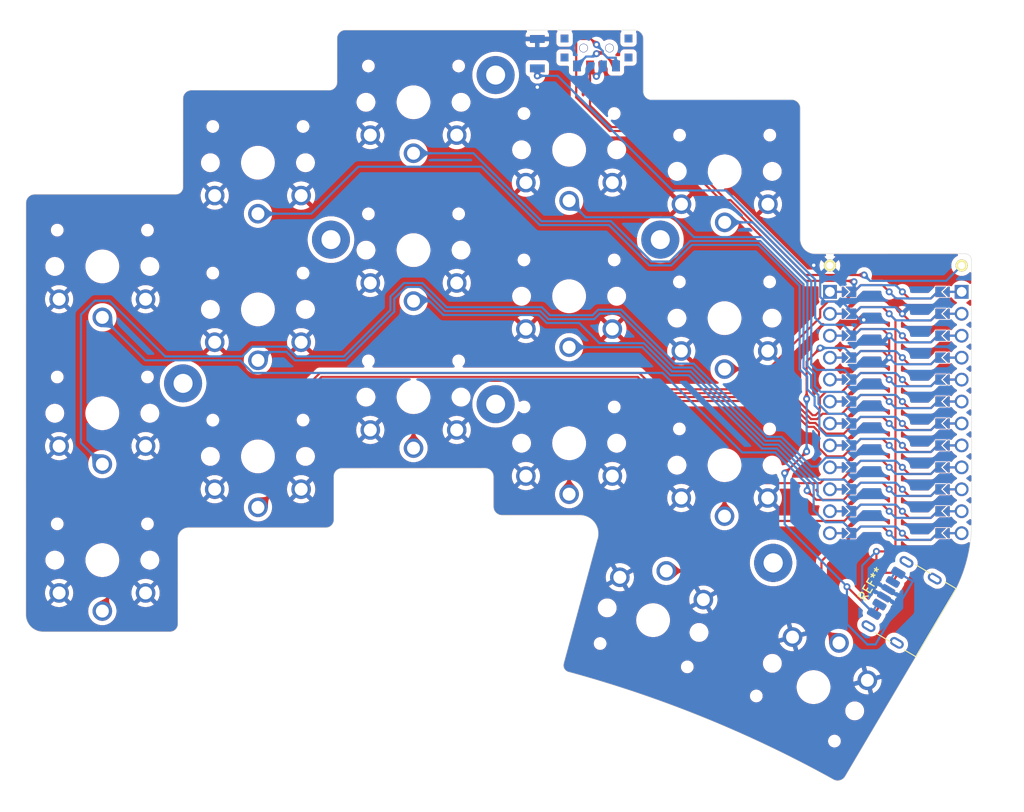
<source format=kicad_pcb>
(kicad_pcb (version 20240108) (generator "pcbnew") (generator_version "8.0")
  (layers (0 "F.Cu" signal) (31 "B.Cu" signal) (34 "B.Paste" user) (35 "F.Paste" user) (36 "B.SilkS" user "B.Silkscreen") (37 "F.SilkS" user "F.Silkscreen") (38 "B.Mask" user) (39 "F.Mask" user) (44 "Edge.Cuts" user))
  (net 0 "")
  (net 1 "gnd")
  (net 2 "vcc")
  (net 3 "Switch18")
  (net 4 "reset")
  (net 5 "Switch1")
  (net 6 "Switch2")
  (net 7 "Switch3")
  (net 8 "Switch4")
  (net 9 "Switch5")
  (net 10 "Switch6")
  (net 11 "Switch7")
  (net 12 "Switch8")
  (net 13 "Switch9")
  (net 14 "Switch10")
  (net 15 "Switch11")
  (net 16 "Switch12")
  (net 17 "Switch13")
  (net 18 "Switch14")
  (net 19 "Switch15")
  (net 20 "Switch16")
  (net 21 "Switch17")
  (net 22 "raw")
  (net 23 "BT+_r")
  (net 24 "Net-(SW_POWERR1-Pad1)")
  (footprint "kbd:1pin_conn" (layer "F.Cu") (at 126.492 45.974)
    (property "Reference" "B+" (hide yes))
    (property "Value" "MountingHole_Pad" (hide yes))
  )
  (footprint "kbd:1pin_conn" (layer "F.Cu") (at 111.252 45.974)
    (property "Reference" "B-" (hide yes))
    (property "Value" "MountingHole_Pad" (hide yes))
  )
  (footprint "* duckyb-collection:SW_PG1350_rev_DPB" (layer "F.Cu") (at 27.08 46.08)
    (property "Reference" "SW1" (hide yes))
    (property "Value" "SW_Push" (hide yes))
  )
  (footprint "* duckyb-collection:SW_PG1350_rev_DPB" (layer "F.Cu") (at 45.08 34.08)
    (property "Reference" "SW2" (hide yes))
    (property "Value" "SW_Push" (hide yes))
  )
  (footprint "* duckyb-collection:SW_PG1350_rev_DPB" (layer "F.Cu") (at 63.08 27.08)
    (property "Reference" "SW3" (hide yes))
    (property "Value" "SW_Push" (hide yes))
  )
  (footprint "* duckyb-collection:SW_PG1350_rev_DPB" (layer "F.Cu") (at 81.08 32.58)
    (property "Reference" "SW4" (hide yes))
    (property "Value" "SW_Push" (hide yes))
  )
  (footprint "* duckyb-collection:SW_PG1350_rev_DPB" (layer "F.Cu") (at 99.08 35.08)
    (property "Reference" "SW5" (hide yes))
    (property "Value" "SW_Push" (hide yes))
  )
  (footprint "* duckyb-collection:SW_PG1350_rev_DPB" (layer "F.Cu") (at 27.08 63.08)
    (property "Reference" "SW6" (hide yes))
    (property "Value" "SW_Push" (hide yes))
  )
  (footprint "* duckyb-collection:SW_PG1350_rev_DPB" (layer "F.Cu") (at 45.08 51.054)
    (property "Reference" "SW7" (hide yes))
    (property "Value" "SW_Push" (hide yes))
  )
  (footprint "* duckyb-collection:SW_PG1350_rev_DPB" (layer "F.Cu") (at 63.08 44.196)
    (property "Reference" "SW8" (hide yes))
    (property "Value" "SW_Push" (hide yes))
  )
  (footprint "* duckyb-collection:SW_PG1350_rev_DPB" (layer "F.Cu") (at 81.08 49.53)
    (property "Reference" "SW9" (hide yes))
    (property "Value" "SW_Push" (hide yes))
  )
  (footprint "* duckyb-collection:SW_PG1350_rev_DPB" (layer "F.Cu") (at 99.06 52.07)
    (property "Reference" "SW10" (hide yes))
    (property "Value" "SW_Push" (hide yes))
  )
  (footprint "* duckyb-collection:SW_PG1350_rev_DPB" (layer "F.Cu") (at 27.08 80.08)
    (property "Reference" "SW11" (hide yes))
    (property "Value" "SW_Push" (hide yes))
  )
  (footprint "* duckyb-collection:SW_PG1350_rev_DPB" (layer "F.Cu") (at 45.08 68.072)
    (property "Reference" "SW12" (hide yes))
    (property "Value" "SW_Push" (hide yes))
  )
  (footprint "* duckyb-collection:SW_PG1350_rev_DPB" (layer "F.Cu") (at 63.08 61.214)
    (property "Reference" "SW13" (hide yes))
    (property "Value" "SW_Push" (hide yes))
  )
  (footprint "* duckyb-collection:SW_PG1350_rev_DPB" (layer "F.Cu") (at 81.08 66.548)
    (property "Reference" "SW14" (hide yes))
    (property "Value" "SW_Push" (hide yes))
  )
  (footprint "* duckyb-collection:SW_PG1350_rev_DPB" (layer "F.Cu") (at 99.06 69.088)
    (property "Reference" "SW15" (hide yes))
    (property "Value" "SW_Push" (hide yes))
  )
  (footprint "* duckyb-collection:SW_PG1350_rev_DPB" (layer "F.Cu") (at 109.356 94.78 150)
    (property "Reference" "SW17" (hide yes))
    (property "Value" "SW_Push" (hide yes))
  )
  (footprint "* duckyb-collection:SW_PG1350_rev_DPB" (layer "F.Cu") (at 90.796 87.03 165)
    (property "Reference" "SW16" (hide yes))
    (property "Value" "SW_Push" (hide yes))
  )
  (footprint "* duckyb-collection:ProMicro_jumpers_facedown" (layer "F.Cu") (at 118.872 62.992 -90)
    (property "Reference" "U1" (hide yes))
    (property "Value" "ProMicro-kbd" (hide yes))
  )
  (footprint "kbd:Tenting_Puck2" (layer "F.Cu") (at 72.58 42.98)
    (property "Reference" "REF**")
    (property "Value" "Tenting Puck")
  )
  (footprint "Kailh:SPDT_C128955" (layer "F.Cu") (at 84.25 20.8)
    (property "Reference" "POWER SW" (hide yes))
    (property "Value" "SW_SPDT")
  )
  (footprint "* duckyb-collection:Tactile-Switch_SMT" (layer "F.Cu") (at 77.4 21.45 -90)
    (property "Reference" "RSW2" (hide yes))
    (property "Value" "SW_Push")
  )
  (footprint "" (layer "F.Cu") (at 104.69 80.4)
    (property "Reference" "")
    (property "Value" "")
  )
  (footprint "Connector_USB:USB_C_Receptacle_HRO_TYPE-C-31-M-17" (layer "F.Cu") (at 120.498076 85.53123 59.45)
    (property "Reference" "REF**")
    (property "Value" "USB_C_Receptacle_HRO_TYPE-C-31-M-17")
  )
  (footprint "" (layer "F.Cu") (at 36.42 59.62)
    (property "Reference" "")
    (property "Value" "")
  )
  (footprint "" (layer "F.Cu") (at 104.69 80.4)
    (property "Reference" "")
    (property "Value" "")
  )
  (footprint "Connector_USB:USB_C_Receptacle_HRO_TYPE-C-31-M-17" (layer "B.Cu") (at 120.496369 85.528101 -120.55)
    (property "Reference" "REF**" (hide yes))
    (property "Value" "USB_C_Receptacle_HRO_TYPE-C-31-M-17" (hide yes))
  )
  (gr_line (start 116.44 86.33) (end 117.069992 85.189995) (stroke (width 0.25)) (layer "F.Cu") (net 2))
  (gr_line (start 118.575 82.58) (end 119.204992 81.439995) (stroke (width 0.25)) (layer "F.Cu") (net 3))
  (gr_line (start 120.84 82.53) (end 119.36 81.66) (stroke (width 0.25)) (layer "B.Cu") (net 2))
  (gr_line (start 118.245004 82.430002) (end 118.874996 81.289997) (stroke (width 0.25)) (layer "B.Cu") (net 2))
  (gr_line (start 116.165004 86.150002) (end 116.794996 85.009997) (stroke (width 0.25)) (layer "B.Cu") (net 3))
  (gr_line (start 120.84 82.53) (end 116.53 89.84) (stroke (width 0.25)) (layer "B.Cu") (net 2))
  (gr_arc (start 126.885 44.612) (mid 127.41533 44.83167) (end 127.635 45.362) (stroke (width 0.05)) (layer "Edge.Cuts"))
  (gr_line (start 18.247107 38.737107) (end 18.239682 86.532921) (stroke (width 0.05)) (layer "Edge.Cuts"))
  (gr_arc (start 109.561622 44.614916) (mid 108.324491 44.115994) (end 107.822571 42.88009) (stroke (width 0.05)) (layer "Edge.Cuts"))
  (gr_arc (start 20.277428 88.369016) (mid 18.89 87.86) (end 18.239682 86.532921) (stroke (width 0.05)) (layer "Edge.Cuts"))
  (gr_line (start 127.635 45.362) (end 127.635 62.484) (stroke (width 0.05)) (layer "Edge.Cuts"))
  (gr_line (start 107.822571 42.88009) (end 107.822571 27.780982) (stroke (width 0.05)) (layer "Edge.Cuts"))
  (gr_line (start 109.561622 44.614916) (end 126.885 44.612) (stroke (width 0.05)) (layer "Edge.Cuts"))
  (gr_line (start 125.888304 83.312) (end 113.024117 105.101543) (stroke (width 0.05)) (layer "Edge.Cuts"))
  (gr_arc (start 127.635 75.98785) (mid 127.177913 79.749197) (end 125.888304 83.312) (stroke (width 0.05)) (layer "Edge.Cuts"))
  (gr_line (start 127.635 62.484) (end 127.647 69.85) (stroke (width 0.05)) (layer "Edge.Cuts"))
  (gr_line (start 127.647 69.85) (end 127.635 75.98785) (stroke (width 0.05)) (layer "Edge.Cuts"))
  (gr_arc (start 90.61 26.78532) (mid 89.94532 26.51) (end 89.67 25.84532) (stroke (width 0.05)) (layer "Edge.Cuts"))
  (gr_line (start 53.86 75.4) (end 53.86 70.39) (stroke (width 0.05)) (layer "Edge.Cuts"))
  (gr_line (start 36.4101 36.897244) (end 36.415894 26.655894) (stroke (width 0.05)) (layer "Edge.Cuts"))
  (gr_arc (start 54.235382 24.749788) (mid 53.96 25.414618) (end 53.29517 25.69) (stroke (width 0.05)) (layer "Edge.Cuts"))
  (gr_arc (start 18.247107 38.737107) (mid 18.540001 38.030003) (end 19.247107 37.737107) (stroke (width 0.05)) (layer "Edge.Cuts"))
  (gr_arc (start 82.32 74.88) (mid 84.0643 75.782486) (end 84.335253 77.727646) (stroke (width 0.05)) (layer "Edge.Cuts"))
  (gr_arc (start 36.415894 26.655894) (mid 36.7 25.97) (end 37.385894 25.685894) (stroke (width 0.05)) (layer "Edge.Cuts"))
  (gr_arc (start 36.4101 36.897244) (mid 36.169187 37.485329) (end 35.584955 37.73544) (stroke (width 0.05)) (layer "Edge.Cuts"))
  (gr_arc (start 53.86 75.4) (mid 53.590538 76.050538) (end 52.94 76.32) (stroke (width 0.05)) (layer "Edge.Cuts"))
  (gr_arc (start 80.962001 93.007456) (mid 96.708915 98.323865) (end 111.7 105.499999) (stroke (width 0.05)) (layer "Edge.Cuts"))
  (gr_line (start 35.82 87.46) (end 35.818551 77.590019) (stroke (width 0.05)) (layer "Edge.Cuts"))
  (gr_line (start 80.450934 92.063694) (end 84.335253 77.727646) (stroke (width 0.05)) (layer "Edge.Cuts"))
  (gr_arc (start 73.33 74.88) (mid 72.622893 74.587107) (end 72.33 73.88) (stroke (width 0.05)) (layer "Edge.Cuts"))
  (gr_arc (start 106.847191 26.779995) (mid 107.538436 27.082157) (end 107.822571 27.780982) (stroke (width 0.05)) (layer "Edge.Cuts"))
  (gr_arc (start 71.35 69.44) (mid 72.042965 69.727035) (end 72.33 70.42) (stroke (width 0.05)) (layer "Edge.Cuts"))
  (gr_line (start 54.8 69.45) (end 71.35 69.44) (stroke (width 0.05)) (layer "Edge.Cuts"))
  (gr_line (start 89.669999 19.72) (end 89.67 25.84532) (stroke (width 0.05)) (layer "Edge.Cuts"))
  (gr_arc (start 80.962002 93.007447) (mid 80.522962 92.634944) (end 80.450934 92.063694) (stroke (width 0.05)) (layer "Edge.Cuts"))
  (gr_arc (start 54.24 19.678823) (mid 54.521177 19) (end 55.2 18.718823) (stroke (width 0.05)) (layer "Edge.Cuts"))
  (gr_line (start 54.235382 24.749788) (end 54.24 19.678823) (stroke (width 0.05)) (layer "Edge.Cuts"))
  (gr_line (start 73.33 74.88) (end 82.32 74.88) (stroke (width 0.05)) (layer "Edge.Cuts"))
  (gr_line (start 90.61 26.78532) (end 106.847191 26.779995) (stroke (width 0.05)) (layer "Edge.Cuts"))
  (gr_arc (start 35.82 87.46) (mid 35.553467 88.103467) (end 34.91 88.37) (stroke (width 0.05)) (layer "Edge.Cuts"))
  (gr_line (start 55.2 18.718823) (end 88.650005 18.718823) (stroke (width 0.05)) (layer "Edge.Cuts"))
  (gr_line (start 20.277428 88.369016) (end 34.91 88.37) (stroke (width 0.05)) (layer "Edge.Cuts"))
  (gr_arc (start 53.86 70.39) (mid 54.13532 69.72532) (end 54.8 69.45) (stroke (width 0.05)) (layer "Edge.Cuts"))
  (gr_line (start 37.385894 25.685894) (end 53.29517 25.69) (stroke (width 0.05)) (layer "Edge.Cuts"))
  (gr_arc (start 113.024117 105.101543) (mid 112.440955 105.562954) (end 111.7 105.499999) (stroke (width 0.05)) (layer "Edge.Cuts"))
  (gr_line (start 19.247107 37.737107) (end 35.584955 37.73544) (stroke (width 0.05)) (layer "Edge.Cuts"))
  (gr_arc (start 88.650005 18.718655) (mid 89.364687 19.010831) (end 89.669999 19.72) (stroke (width 0.05)) (layer "Edge.Cuts"))
  (gr_line (start 37.02 76.32) (end 52.94 76.32) (stroke (width 0.05)) (layer "Edge.Cuts"))
  (gr_arc (start 35.818551 77.590019) (mid 36.160357 76.71007) (end 37.02 76.320001) (stroke (width 0.05)) (layer "Edge.Cuts"))
  (gr_line (start 72.33 70.42) (end 72.33 73.88) (stroke (width 0.05)) (layer "Edge.Cuts"))
  (segment (start 114.046 53.3908) (end 115.1636 52.2732) (width 0.25) (layer "F.Cu") (net 1))
  (segment (start 118.11 56.642) (end 118.11 54.102) (width 0.25) (layer "F.Cu") (net 1))
  (segment (start 114.046 54.102) (end 114.046 53.3908) (width 0.25) (layer "F.Cu") (net 1))
  (via (at 115.1636 52.2732) (size 0.8) (drill 0.4) (layers "F.Cu" "B.Cu") (net 1))
  (via (at 109.38 45.95) (size 0.8) (drill 0.4) (layers "F.Cu" "B.Cu") (net 1))
  (via (at 77.4 25.33) (size 0.8) (drill 0.4) (layers "F.Cu" "B.Cu") (net 1))
  (segment (start 112.630511 50.146511) (end 110.661711 50.146511) (width 0.25) (layer "B.Cu") (net 1))
  (segment (start 110.127489 47.098511) (end 111.252 45.974) (width 0.25) (layer "B.Cu") (net 1))
  (segment (start 114.7572 52.2732) (end 114.046 51.562) (width 0.25) (layer "B.Cu") (net 1))
  (segment (start 110.661711 50.146511) (end 110.127489 49.612289) (width 0.25) (layer "B.Cu") (net 1))
  (segment (start 114.046 51.562) (end 112.630511 50.146511) (width 0.25) (layer "B.Cu") (net 1))
  (segment (start 115.1636 52.2732) (end 114.7572 52.2732) (width 0.25) (layer "B.Cu") (net 1))
  (segment (start 110.127489 49.612289) (end 110.127489 47.098511) (width 0.25) (layer "B.Cu") (net 1))
  (segment (start 113.22 83.16) (end 113.238578 83.16) (width 0.25) (layer "F.Cu") (net 2))
  (segment (start 108.5596 57.0992) (end 108.5596 61.4172) (width 0.25) (layer "F.Cu") (net 2))
  (segment (start 113.238578 83.16) (end 116.361707 86.283129) (width 0.25) (layer "F.Cu") (net 2))
  (segment (start 106.0196 70.0024) (end 106.0704 70.0024) (width 0.25) (layer "F.Cu") (net 2))
  (segment (start 106.0704 70.0024) (end 108.5596 67.5132) (width 0.25) (layer "F.Cu") (net 2))
  (segment (start 110.1344 55.5244) (end 108.5596 57.0992) (width 0.25) (layer "F.Cu") (net 2))
  (via (at 106.0196 70.0024) (size 0.8) (drill 0.4) (layers "F.Cu" "B.Cu") (net 2))
  (via (at 110.1344 55.5244) (size 0.8) (drill 0.4) (layers "F.Cu" "B.Cu") (net 2))
  (via (at 108.5596 67.5132) (size 0.8) (drill 0.4) (layers "F.Cu" "B.Cu") (net 2))
  (via (at 113.22 83.16) (size 0.8) (drill 0.4) (layers "F.Cu" "B.Cu") (net 2))
  (via (at 108.5596 61.4172) (size 0.8) (drill 0.4) (layers "F.Cu" "B.Cu") (net 2))
  (segment (start 113.22 83.13) (end 106.0196 75.9296) (width 0.25) (layer "B.Cu") (net 2))
  (segment (start 108.5596 67.5132) (end 108.5596 61.4172) (width 0.25) (layer "B.Cu") (net 2))
  (segment (start 110.141311 55.517489) (end 112.921489 55.517489) (width 0.25) (layer "B.Cu") (net 2))
  (segment (start 113.22 87.48) (end 115.58 89.84) (width 0.25) (layer "B.Cu") (net 2))
  (segment (start 112.921489 55.517489) (end 114.046 56.642) (width 0.25) (layer "B.Cu") (net 2))
  (segment (start 110.1344 55.5244) (end 110.141311 55.517489) (width 0.25) (layer "B.Cu") (net 2))
  (segment (start 113.22 83.16) (end 113.22 87.48) (width 0.25) (layer "B.Cu") (net 2))
  (segment (start 106.0196 75.9296) (end 106.0196 70.0024) (width 0.25) (layer "B.Cu") (net 2))
  (segment (start 113.22 83.16) (end 113.22 83.13) (width 0.25) (layer "B.Cu") (net 2))
  (segment (start 119.376567 81.764449) (end 119.368684 81.764449) (width 0.25) (layer "B.Cu") (net 2))
  (segment (start 115.58 89.84) (end 116.53 89.84) (width 0.25) (layer "B.Cu") (net 2))
  (segment (start 116.63 79.07) (end 116.63 81.546606) (width 0.25) (layer "F.Cu") (net 3))
  (segment (start 118.834511 79.063489) (end 118.834511 52.286511) (width 0.25) (layer "F.Cu") (net 3))
  (segment (start 118.834511 52.286511) (end 118.11 51.562) (width 0.25) (layer "F.Cu") (net 3))
  (segment (start 116.63 79.07) (end 118.828 79.07) (width 0.25) (layer "F.Cu") (net 3))
  (segment (start 118.828 79.07) (end 118.834511 79.063489) (width 0.25) (layer "F.Cu") (net 3))
  (segment (start 116.63 81.546606) (end 119.157302 81.546606) (width 0.25) (layer "F.Cu") (net 3))
  (via (at 116.63 79.07) (size 0.8) (drill 0.4) (layers "F.Cu" "B.Cu") (net 3))
  (segment (start 114.99 84.91) (end 116.36 86.28) (width 0.25) (layer "B.Cu") (net 3))
  (segment (start 116.63 79.07) (end 114.98 80.72) (width 0.25) (layer "B.Cu") (net 3))
  (segment (start 114.98 80.72) (end 114.98 84.9) (width 0.25) (layer "B.Cu") (net 3))
  (segment (start 114.98 84.9) (end 114.99 84.91) (width 0.25) (layer "B.Cu") (net 3))
  (segment (start 114.99 84.91) (end 116.142969 86.062969) (width 0.25) (layer "B.Cu") (net 3))
  (segment (start 77.4 24.021752) (end 77.4 23.15) (width 0.25) (layer "F.Cu") (net 4))
  (segment (start 77.399999 24.021753) (end 77.4 24.021752) (width 0.25) (layer "F.Cu") (net 4))
  (via (at 77.399999 24.021753) (size 0.8) (drill 0.4) (layers "F.Cu" "B.Cu") (net 4))
  (segment (start 79.754761 24.021753) (end 93.020208 37.2872) (width 0.25) (layer "B.Cu") (net 4))
  (segment (start 77.399999 24.021753) (end 79.754761 24.021753) (width 0.25) (layer "B.Cu") (net 4))
  (segment (start 109.54536 47.593367) (end 109.54536 52.03976) (width 0.25) (layer "B.Cu") (net 4))
  (segment (start 93.020208 37.2872) (end 99.239193 37.2872) (width 0.25) (layer "B.Cu") (net 4))
  (segment (start 112.776 52.832) (end 114.046 54.102) (width 0.25) (layer "B.Cu") (net 4))
  (segment (start 99.239193 37.2872) (end 109.54536 47.593367) (width 0.25) (layer "B.Cu") (net 4))
  (segment (start 77.4 24.021752) (end 77.4 23.15) (width 0.25) (layer "B.Cu") (net 4))
  (segment (start 109.54536 52.03976) (end 110.3376 52.832) (width 0.25) (layer "B.Cu") (net 4))
  (segment (start 77.399999 24.021753) (end 77.4 24.021752) (width 0.25) (layer "B.Cu") (net 4))
  (segment (start 110.3376 52.832) (end 112.776 52.832) (width 0.25) (layer "B.Cu") (net 4))
  (segment (start 108.6104 72.0344) (end 109.6772 73.1012) (width 0.25) (layer "F.Cu") (net 5))
  (segment (start 112.8268 73.1012) (end 114.046 71.882) (width 0.25) (layer "F.Cu") (net 5))
  (segment (start 109.6772 73.1012) (end 112.8268 73.1012) (width 0.25) (layer "F.Cu") (net 5))
  (via (at 108.6104 72.0344) (size 0.8) (drill 0.4) (layers "F.Cu" "B.Cu") (net 5))
  (segment (start 91.886522 58.41) (end 44.476905 58.41) (width 0.25) (layer "B.Cu") (net 5))
  (segment (start 104.925048 67.61528) (end 101.091802 67.61528) (width 0.25) (layer "B.Cu") (net 5))
  (segment (start 32.05 56.95) (end 27.08 51.98) (width 0.25) (layer "B.Cu") (net 5))
  (segment (start 101.091802 67.61528) (end 91.886522 58.41) (width 0.25) (layer "B.Cu") (net 5))
  (segment (start 108.6104 72.0344) (end 108.6104 71.300632) (width 0.25) (layer "B.Cu") (net 5))
  (segment (start 44.476905 58.41) (end 43.016905 56.95) (width 0.25) (layer "B.Cu") (net 5))
  (segment (start 43.016905 56.95) (end 32.05 56.95) (width 0.25) (layer "B.Cu") (net 5))
  (segment (start 108.6104 71.300632) (end 104.925048 67.61528) (width 0.25) (layer "B.Cu") (net 5))
  (segment (start 108.62576 60.316396) (end 109.48168 61.172316) (width 0.25) (layer "B.Cu") (net 6))
  (segment (start 108.62576 58.869314) (end 108.62576 60.316396) (width 0.25) (layer "B.Cu") (net 6))
  (segment (start 95.276118 43.5864) (end 102.994846 43.5864) (width 0.25) (layer "B.Cu") (net 6))
  (segment (start 85.69192 41.29272) (end 90.36552 45.96632) (width 0.25) (layer "B.Cu") (net 6))
  (segment (start 110.0328 64.8716) (end 110.838689 65.677489) (width 0.25) (layer "B.Cu") (net 6))
  (segment (start 110.838689 65.677489) (end 112.921489 65.677489) (width 0.25) (layer "B.Cu") (net 6))
  (segment (start 109.48168 62.177698) (end 110.0328 62.728818) (width 0.25) (layer "B.Cu") (net 6))
  (segment (start 90.36552 45.96632) (end 92.896198 45.96632) (width 0.25) (layer "B.Cu") (net 6))
  (segment (start 70.941483 34.544) (end 77.690203 41.29272) (width 0.25) (layer "B.Cu") (net 6))
  (segment (start 110.0328 62.728818) (end 110.0328 64.8716) (width 0.25) (layer "B.Cu") (net 6))
  (segment (start 102.994846 43.5864) (end 107.7468 48.338354) (width 0.25) (layer "B.Cu") (net 6))
  (segment (start 45.08 39.98) (end 51.2568 39.98) (width 0.25) (layer "B.Cu") (net 6))
  (segment (start 109.48168 61.172316) (end 109.48168 62.177698) (width 0.25) (layer "B.Cu") (net 6))
  (segment (start 51.2568 39.98) (end 56.6928 34.544) (width 0.25) (layer "B.Cu") (net 6))
  (segment (start 112.921489 65.677489) (end 114.046 66.802) (width 0.25) (layer "B.Cu") (net 6))
  (segment (start 107.7468 57.990354) (end 108.62576 58.869314) (width 0.25) (layer "B.Cu") (net 6))
  (segment (start 92.896198 45.96632) (end 95.276118 43.5864) (width 0.25) (layer "B.Cu") (net 6))
  (segment (start 56.6928 34.544) (end 70.941483 34.544) (width 0.25) (layer "B.Cu") (net 6))
  (segment (start 107.7468 48.338354) (end 107.7468 57.990354) (width 0.25) (layer "B.Cu") (net 6))
  (segment (start 77.690203 41.29272) (end 85.69192 41.29272) (width 0.25) (layer "B.Cu") (net 6))
  (segment (start 103.181044 43.13688) (end 108.19632 48.152156) (width 0.25) (layer "B.Cu") (net 7))
  (segment (start 92.71 45.5168) (end 95.089921 43.13688) (width 0.25) (layer "B.Cu") (net 7))
  (segment (start 63.08 32.98) (end 70.0132 32.98) (width 0.25) (layer "B.Cu") (net 7))
  (segment (start 95.089921 43.13688) (end 103.181044 43.13688) (width 0.25) (layer "B.Cu") (net 7))
  (segment (start 109.9312 61.9915) (end 111.077189 63.137489) (width 0.25) (layer "B.Cu") (net 7))
  (segment (start 112.921489 63.137489) (end 114.046 64.262) (width 0.25) (layer "B.Cu") (net 7))
  (segment (start 90.596601 45.5168) (end 92.71 45.5168) (width 0.25) (layer "B.Cu") (net 7))
  (segment (start 85.923001 40.8432) (end 90.596601 45.5168) (width 0.25) (layer "B.Cu") (net 7))
  (segment (start 108.19632 57.804156) (end 109.07528 58.683116) (width 0.25) (layer "B.Cu") (net 7))
  (segment (start 109.9312 60.986118) (end 109.9312 61.9915) (width 0.25) (layer "B.Cu") (net 7))
  (segment (start 70.0132 32.98) (end 77.8764 40.8432) (width 0.25) (layer "B.Cu") (net 7))
  (segment (start 108.19632 48.152156) (end 108.19632 57.804156) (width 0.25) (layer "B.Cu") (net 7))
  (segment (start 109.07528 58.683116) (end 109.07528 60.130198) (width 0.25) (layer "B.Cu") (net 7))
  (segment (start 77.8764 40.8432) (end 85.923001 40.8432) (width 0.25) (layer "B.Cu") (net 7))
  (segment (start 109.07528 60.130198) (end 109.9312 60.986118) (width 0.25) (layer "B.Cu") (net 7))
  (segment (start 111.077189 63.137489) (end 112.921489 63.137489) (width 0.25) (layer "B.Cu") (net 7))
  (segment (start 109.5248 58.496918) (end 109.5248 59.944) (width 0.25) (layer "B.Cu") (net 8))
  (segment (start 108.64584 47.965958) (end 108.64584 57.617958) (width 0.25) (layer "B.Cu") (net 8))
  (segment (start 108.64584 57.617958) (end 109.5248 58.496918) (width 0.25) (layer "B.Cu") (net 8))
  (segment (start 110.178289 60.597489) (end 112.921489 60.597489) (width 0.25) (layer "B.Cu") (net 8))
  (segment (start 109.5248 59.944) (end 110.178289 60.597489) (width 0.25) (layer "B.Cu") (net 8))
  (segment (start 103.367242 42.68736) (end 108.64584 47.965958) (width 0.25) (layer "B.Cu") (net 8))
  (segment (start 95.51936 42.68736) (end 103.367242 42.68736) (width 0.25) (layer "B.Cu") (net 8))
  (segment (start 81.08 38.48) (end 82.986 40.386) (width 0.25) (layer "B.Cu") (net 8))
  (segment (start 82.986 40.386) (end 93.218 40.386) (width 0.25) (layer "B.Cu") (net 8))
  (segment (start 93.218 40.386) (end 95.51936 42.68736) (width 0.25) (layer "B.Cu") (net 8))
  (segment (start 112.921489 60.597489) (end 114.046 61.722) (width 0.25) (layer "B.Cu") (net 8))
  (segment (start 102.2956 40.98) (end 109.09536 47.779763) (width 0.25) (layer "B.Cu") (net 9))
  (segment (start 109.728 58.0644) (end 110.7793 58.0644) (width 0.25) (layer "B.Cu") (net 9))
  (segment (start 110.7793 58.0644) (end 110.786211 58.057489) (width 0.25) (layer "B.Cu") (net 9))
  (segment (start 110.786211 58.057489) (end 112.921489 58.057489) (width 0.25) (layer "B.Cu") (net 9))
  (segment (start 109.09536 57.43176) (end 109.728 58.0644) (width 0.25) (layer "B.Cu") (net 9))
  (segment (start 99.08 40.98) (end 102.2956 40.98) (width 0.25) (layer "B.Cu") (net 9))
  (segment (start 112.921489 58.057489) (end 114.046 59.182) (width 0.25) (layer "B.Cu") (net 9))
  (segment (start 109.09536 47.779763) (end 109.09536 57.43176) (width 0.25) (layer "B.Cu") (net 9))
  (segment (start 24.61 66.51) (end 24.61 51.66) (width 0.25) (layer "B.Cu") (net 10))
  (segment (start 27.9012 50.05) (end 34.3512 56.5) (width 0.25) (layer "B.Cu") (net 10))
  (segment (start 78.85696 51.72976) (end 83.80464 51.72976) (width 0.25) (layer "B.Cu") (net 10))
  (segment (start 60.4012 51.129482) (end 60.4012 49.5808) (width 0.25) (layer "B.Cu") (net 10))
  (segment (start 60.4012 49.5808) (end 61.976 48.006) (width 0.25) (layer "B.Cu") (net 10))
  (segment (start 34.3512 56.5) (end 43.2712 56.5) (width 0.25) (layer "B.Cu") (net 10))
  (segment (start 64.1096 48.006) (end 66.9036 50.8) (width 0.25) (layer "B.Cu") (net 10))
  (segment (start 109.093716 69.2404) (end 109.7633 69.2404) (width 0.25) (layer "B.Cu") (net 10))
  (segment (start 112.921489 68.217489) (end 114.046 69.342) (width 0.25) (layer "B.Cu") (net 10))
  (segment (start 95.486792 57.33312) (end 103.970392 65.81672) (width 0.25) (layer "B.Cu") (net 10))
  (segment (start 105.933359 66.080043) (end 109.093716 69.2404) (width 0.25) (layer "B.Cu") (net 10))
  (segment (start 87.110521 51.090449) (end 87.373843 51.353772) (width 0.25) (layer "B.Cu") (net 10))
  (segment (start 44.3992 55.372) (end 48.4124 55.372) (width 0.25) (layer "B.Cu") (net 10))
  (segment (start 61.976 48.006) (end 64.1096 48.006) (width 0.25) (layer "B.Cu") (net 10))
  (segment (start 66.9036 50.8) (end 77.9272 50.8) (width 0.25) (layer "B.Cu") (net 10))
  (segment (start 43.2712 56.5) (end 44.3992 55.372) (width 0.25) (layer "B.Cu") (net 10))
  (segment (start 87.373843 51.353772) (end 93.353192 57.33312) (width 0.25) (layer "B.Cu") (net 10))
  (segment (start 24.61 51.66) (end 26.22 50.05) (width 0.25) (layer "B.Cu") (net 10))
  (segment (start 93.353192 57.33312) (end 95.486792 57.33312) (width 0.25) (layer "B.Cu") (net 10))
  (segment (start 55.026202 56.50448) (end 60.4012 51.129482) (width 0.25) (layer "B.Cu") (net 10))
  (segment (start 49.54488 56.50448) (end 55.026202 56.50448) (width 0.25) (layer "B.Cu") (net 10))
  (segment (start 77.9272 50.8) (end 78.85696 51.72976) (width 0.25) (layer "B.Cu") (net 10))
  (segment (start 110.786211 68.217489) (end 112.921489 68.217489) (width 0.25) (layer "B.Cu") (net 10))
  (segment (start 83.80464 51.72976) (end 84.443951 51.090449) (width 0.25) (layer "B.Cu") (net 10))
  (segment (start 103.970392 65.81672) (end 105.670037 65.81672) (width 0.25) (layer "B.Cu") (net 10))
  (segment (start 48.4124 55.372) (end 49.54488 56.50448) (width 0.25) (layer "B.Cu") (net 10))
  (segment (start 84.443951 51.090449) (end 87.110521 51.090449) (width 0.25) (layer "B.Cu") (net 10))
  (segment (start 105.670037 65.81672) (end 105.933359 66.080043) (width 0.25) (layer "B.Cu") (net 10))
  (segment (start 27.08 68.98) (end 24.61 66.51) (width 0.25) (layer "B.Cu") (net 10))
  (segment (start 109.7633 69.2404) (end 110.786211 68.217489) (width 0.25) (layer "B.Cu") (net 10))
  (segment (start 26.22 50.05) (end 27.9012 50.05) (width 0.25) (layer "B.Cu") (net 10))
  (segment (start 103.784194 66.26624) (end 105.483839 66.26624) (width 0.25) (layer "B.Cu") (net 11))
  (segment (start 86.924323 51.539969) (end 93.166994 57.78264) (width 0.25) (layer "B.Cu") (net 11))
  (segment (start 93.166994 57.78264) (end 95.300594 57.78264) (width 0.25) (layer "B.Cu") (net 11))
  (segment (start 95.300594 57.78264) (end 103.784194 66.26624) (width 0.25) (layer "B.Cu") (net 11))
  (segment (start 109.975089 70.757489) (end 112.921489 70.757489) (width 0.25) (layer "B.Cu") (net 11))
  (segment (start 112.921489 70.757489) (end 114.046 71.882) (width 0.25) (layer "B.Cu") (net 11))
  (segment (start 60.85072 49.84248) (end 62.23768 48.45552) (width 0.25) (layer "B.Cu") (net 11))
  (segment (start 48.378602 55.97392) (end 49.358683 56.954) (width 0.25) (layer "B.Cu") (net 11))
  (segment (start 46.06008 55.97392) (end 48.378602 55.97392) (width 0.25) (layer "B.Cu") (net 11))
  (segment (start 62.23768 48.45552) (end 63.923403 48.45552) (width 0.25) (layer "B.Cu") (net 11))
  (segment (start 60.85072 51.315679) (end 60.85072 49.84248) (width 0.25) (layer "B.Cu") (net 11))
  (segment (start 45.08 56.954) (end 46.06008 55.97392) (width 0.25) (layer "B.Cu") (net 11))
  (segment (start 66.717403 51.24952) (end 77.741002 51.24952) (width 0.25) (layer "B.Cu") (net 11))
  (segment (start 84.630149 51.539969) (end 86.924323 51.539969) (width 0.25) (layer "B.Cu") (net 11))
  (segment (start 78.670762 52.17928) (end 83.990838 52.17928) (width 0.25) (layer "B.Cu") (net 11))
  (segment (start 105.483839 66.26624) (end 109.975089 70.757489) (width 0.25) (layer "B.Cu") (net 11))
  (segment (start 63.923403 48.45552) (end 66.717403 51.24952) (width 0.25) (layer "B.Cu") (net 11))
  (segment (start 55.2124 56.954) (end 60.85072 51.315679) (width 0.25) (layer "B.Cu") (net 11))
  (segment (start 49.358683 56.954) (end 55.2124 56.954) (width 0.25) (layer "B.Cu") (net 11))
  (segment (start 77.741002 51.24952) (end 78.670762 52.17928) (width 0.25) (layer "B.Cu") (net 11))
  (segment (start 83.990838 52.17928) (end 84.630149 51.539969) (width 0.25) (layer "B.Cu") (net 11))
  (segment (start 84.582 54.9656) (end 89.714236 54.9656) (width 0.25) (layer "B.Cu") (net 12))
  (segment (start 109.82192 71.240039) (end 109.82192 72.53472) (width 0.25) (layer "B.Cu") (net 12))
  (segment (start 64.928165 50.096) (end 66.531206 51.69904) (width 0.25) (layer "B.Cu") (net 12))
  (segment (start 109.82192 72.53472) (end 110.4392 73.152) (width 0.25) (layer "B.Cu") (net 12))
  (segment (start 89.714236 54.9656) (end 92.980796 58.23216) (width 0.25) (layer "B.Cu") (net 12))
  (segment (start 63.08 50.096) (end 64.928165 50.096) (width 0.25) (layer "B.Cu") (net 12))
  (segment (start 103.597996 66.71576) (end 105.297641 66.71576) (width 0.25) (layer "B.Cu") (net 12))
  (segment (start 95.114396 58.23216) (end 103.597996 66.71576) (width 0.25) (layer "B.Cu") (net 12))
  (segment (start 82.2452 52.6288) (end 84.582 54.9656) (width 0.25) (layer "B.Cu") (net 12))
  (segment (start 66.531206 51.69904) (end 77.554804 51.69904) (width 0.25) (layer "B.Cu") (net 12))
  (segment (start 92.980796 58.23216) (end 95.114396 58.23216) (width 0.25) (layer "B.Cu") (net 12))
  (segment (start 112.776 73.152) (end 114.046 74.422) (width 0.25) (layer "B.Cu") (net 12))
  (segment (start 78.484565 52.6288) (end 82.2452 52.6288) (width 0.25) (layer "B.Cu") (net 12))
  (segment (start 110.4392 73.152) (end 112.776 73.152) (width 0.25) (layer "B.Cu") (net 12))
  (segment (start 105.297641 66.71576) (end 109.82192 71.240039) (width 0.25) (layer "B.Cu") (net 12))
  (segment (start 77.554804 51.69904) (end 78.484565 52.6288) (width 0.25) (layer "B.Cu") (net 12))
  (segment (start 112.776 75.692) (end 114.046 76.962) (width 0.25) (layer "B.Cu") (net 13))
  (segment (start 105.111444 67.16528) (end 109.3724 71.426236) (width 0.25) (layer "B.Cu") (net 13))
  (segment (start 110.744 75.692) (end 112.776 75.692) (width 0.25) (layer "B.Cu") (net 13))
  (segment (start 103.411798 67.16528) (end 105.111444 67.16528) (width 0.25) (layer "B.Cu") (net 13))
  (segment (start 81.08 55.43) (end 89.542918 55.43) (width 0.25) (layer "B.Cu") (net 13))
  (segment (start 89.542918 55.43) (end 92.794598 58.68168) (width 0.25) (layer "B.Cu") (net 13))
  (segment (start 109.3724 71.426236) (end 109.3724 74.3204) (width 0.25) (layer "B.Cu") (net 13))
  (segment (start 94.928198 58.68168) (end 103.411798 67.16528) (width 0.25) (layer "B.Cu") (net 13))
  (segment (start 109.3724 74.3204) (end 110.744 75.692) (width 0.25) (layer "B.Cu") (net 13))
  (segment (start 92.794598 58.68168) (end 94.928198 58.68168) (width 0.25) (layer "B.Cu") (net 13))
  (segment (start 112.921489 50.146511) (end 114.046 49.022) (width 0.25) (layer "F.Cu") (net 14))
  (segment (start 110.127489 51.060911) (end 111.041889 50.146511) (width 0.25) (layer "F.Cu") (net 14))
  (segment (start 104.1328 57.97) (end 110.127489 51.975311) (width 0.25) (layer "F.Cu") (net 14))
  (segment (start 111.041889 50.146511) (end 112.921489 50.146511) (width 0.25) (layer "F.Cu") (net 14))
  (segment (start 110.127489 51.975311) (end 110.127489 51.060911) (width 0.25) (layer "F.Cu") (net 14))
  (segment (start 99.06 57.97) (end 104.1328 57.97) (width 0.25) (layer "F.Cu") (net 14))
  (segment (start 106.257265 60.306511) (end 109.255234 63.30448) (width 0.25) (layer "F.Cu") (net 15))
  (segment (start 30.6324 74.676) (end 41.360819 63.947581) (width 0.25) (layer "F.Cu") (net 15))
  (segment (start 112.630511 60.597489) (end 114.046 59.182) (width 0.25) (layer "F.Cu") (net 15))
  (segment (start 27.08 85.0864) (end 30.6324 81.534) (width 0.25) (layer "F.Cu") (net 15))
  (segment (start 41.360819 63.947581) (end 46.719501 63.947581) (width 0.25) (layer "F.Cu") (net 15))
  (segment (start 110.0836 61.3001) (end 110.786211 60.597489) (width 0.25) (layer "F.Cu") (net 15))
  (segment (start 91.088481 60.306511) (end 106.257265 60.306511) (width 0.25) (layer "F.Cu") (net 15))
  (segment (start 109.255234 63.30448) (end 109.592602 63.30448) (width 0.25) (layer "F.Cu") (net 15))
  (segment (start 109.592602 63.30448) (end 110.0836 62.813482) (width 0.25) (layer "F.Cu") (net 15))
  (segment (start 46.719501 63.947581) (end 52.247082 58.42) (width 0.25) (layer "F.Cu") (net 15))
  (segment (start 30.6324 81.534) (end 30.6324 74.676) (width 0.25) (layer "F.Cu") (net 15))
  (segment (start 110.786211 60.597489) (end 112.630511 60.597489) (width 0.25) (layer "F.Cu") (net 15))
  (segment (start 52.247082 58.42) (end 89.20197 58.42) (width 0.25) (layer "F.Cu") (net 15))
  (segment (start 27.08 85.98) (end 27.08 85.0864) (width 0.25) (layer "F.Cu") (net 15))
  (segment (start 89.20197 58.42) (end 91.088481 60.306511) (width 0.25) (layer "F.Cu") (net 15))
  (segment (start 110.0836 62.813482) (end 110.0836 61.3001) (width 0.25) (layer "F.Cu") (net 15))
  (segment (start 112.630511 63.137489) (end 114.046 61.722) (width 0.25) (layer "F.Cu") (net 16))
  (segment (start 47.1424 71.9096) (end 47.1424 70.161021) (width 0.25) (layer "F.Cu") (net 16))
  (segment (start 52.43328 58.86952) (end 89.015773 58.86952) (width 0.25) (layer "F.Cu") (net 16))
  (segment (start 47.169021 70.161021) (end 47.169021 64.133779) (width 0.25) (layer "F.Cu") (net 16))
  (segment (start 109.7788 63.754) (end 110.395311 63.137489) (width 0.25) (layer "F.Cu") (net 16))
  (segment (start 47.1424 70.161021) (end 47.169021 70.161021) (width 0.25) (layer "F.Cu") (net 16))
  (segment (start 110.395311 63.137489) (end 112.630511 63.137489) (width 0.25) (layer "F.Cu") (net 16))
  (segment (start 47.169021 64.133779) (end 52.43328 58.86952) (width 0.25) (layer "F.Cu") (net 16))
  (segment (start 90.902284 60.756031) (end 106.071067 60.756031) (width 0.25) (layer "F.Cu") (net 16))
  (segment (start 45.08 73.972) (end 47.1424 71.9096) (width 0.25) (layer "F.Cu") (net 16))
  (segment (start 106.071067 60.756031) (end 109.069036 63.754) (width 0.25) (layer "F.Cu") (net 16))
  (segment (start 89.015773 58.86952) (end 90.902284 60.756031) (width 0.25) (layer "F.Cu") (net 16))
  (segment (start 109.069036 63.754) (end 109.7788 63.754) (width 0.25) (layer "F.Cu") (net 16))
  (segment (start 63.08 64.980992) (end 68.741952 59.31904) (width 0.25) (layer "F.Cu") (net 17))
  (segment (start 90.716086 61.205551) (end 105.884869 61.205551) (width 0.25) (layer "F.Cu") (net 17))
  (segment (start 112.8776 65.4304) (end 114.046 64.262) (width 0.25) (layer "F.Cu") (net 17))
  (segment (start 63.08 67.114) (end 63.08 64.980992) (width 0.25) (layer "F.Cu") (net 17))
  (segment (start 110.7948 65.4304) (end 112.8776 65.4304) (width 0.25) (layer "F.Cu") (net 17))
  (segment (start 88.829575 59.31904) (end 90.716086 61.205551) (width 0.25) (layer "F.Cu") (net 17))
  (segment (start 108.882839 64.20352) (end 109.56792 64.20352) (width 0.25) (layer "F.Cu") (net 17))
  (segment (start 109.56792 64.20352) (end 110.7948 65.4304) (width 0.25) (layer "F.Cu") (net 17))
  (segment (start 68.741952 59.31904) (end 88.829575 59.31904) (width 0.25) (layer "F.Cu") (net 17))
  (segment (start 105.884869 61.205551) (end 108.882839 64.20352) (width 0.25) (layer "F.Cu") (net 17))
  (segment (start 89.170129 61.655071) (end 105.698671 61.655071) (width 0.25) (layer "F.Cu") (net 18))
  (segment (start 109.381722 64.65304) (end 109.982 65.253318) (width 0.25) (layer "F.Cu") (net 18))
  (segment (start 109.982 67.1223) (end 110.9317 68.072) (width 0.25) (layer "F.Cu") (net 18))
  (segment (start 108.696642 64.65304) (end 109.381722 64.65304) (width 0.25) (layer "F.Cu") (net 18))
  (segment (start 81.08 69.7452) (end 89.170129 61.655071) (width 0.25) (layer "F.Cu") (net 18))
  (segment (start 109.982 65.253318) (end 109.982 67.1223) (width 0.25) (layer "F.Cu") (net 18))
  (segment (start 105.698671 61.655071) (end 108.696642 64.65304) (width 0.25) (layer "F.Cu") (net 18))
  (segment (start 81.08 72.448) (end 81.08 69.7452) (width 0.25) (layer "F.Cu") (net 18))
  (segment (start 112.776 68.072) (end 114.046 66.802) (width 0.25) (layer "F.Cu") (net 18))
  (segment (start 110.9317 68.072) (end 112.776 68.072) (width 0.25) (layer "F.Cu") (net 18))
  (segment (start 110.12665 71.1708) (end 110.539961 70.757489) (width 0.25) (layer "F.Cu") (net 19))
  (segment (start 99.06 74.988) (end 99.06 72.854992) (width 0.25) (layer "F.Cu") (net 19))
  (segment (start 100.744192 71.1708) (end 110.12665 71.1708) (width 0.25) (layer "F.Cu") (net 19))
  (segment (start 112.630511 70.757489) (end 114.046 69.342) (width 0.25) (layer "F.Cu") (net 19))
  (segment (start 99.06 72.854992) (end 100.744192 71.1708) (width 0.25) (layer "F.Cu") (net 19))
  (segment (start 110.539961 70.757489) (end 112.630511 70.757489) (width 0.25) (layer "F.Cu") (net 19))
  (segment (start 102.813489 75.546511) (end 112.921489 75.546511) (width 0.25) (layer "F.Cu") (net 20))
  (segment (start 92.323032 81.331038) (end 97.028962 81.331038) (width 0.25) (layer "F.Cu") (net 20))
  (segment (start 112.921489 75.546511) (end 114.046 74.422) (width 0.25) (layer "F.Cu") (net 20))
  (segment (start 97.028962 81.331038) (end 102.813489 75.546511) (width 0.25) (layer "F.Cu") (net 20))
  (segment (start 110.27445 80.20555) (end 112.393489 78.086511) (width 0.25) (layer "F.Cu") (net 21))
  (segment (start 112.306 89.67045) (end 110.27445 87.6389) (width 0.25) (layer "F.Cu") (net 21))
  (segment (start 112.393489 78.086511) (end 112.921489 78.086511) (width 0.25) (layer "F.Cu") (net 21))
  (segment (start 110.27445 87.6389) (end 110.27445 80.20555) (width 0.25) (layer "F.Cu") (net 21))
  (segment (start 112.921489 78.086511) (end 114.046 76.962) (width 0.25) (layer "F.Cu") (net 21))
  (segment (start 99.568 38.862) (end 99.095008 38.862) (width 0.25) (layer "F.Cu") (net 22))
  (segment (start 99.095008 38.862) (end 90.633008 30.4) (width 0.25) (layer "F.Cu") (net 22))
  (segment (start 83.6 19.75) (end 81.9 19.75) (width 0.25) (layer "F.Cu") (net 22))
  (segment (start 114.046 47.8536) (end 113.9444 47.752) (width 0.25) (layer "F.Cu") (net 22))
  (segment (start 113.9444 47.752) (end 108.458 47.752) (width 0.25) (layer "F.Cu") (net 22))
  (segment (start 90.633008 30.4) (end 85.775715 30.4) (width 0.25) (layer "F.Cu") (net 22))
  (segment (start 85.775715 30.4) (end 81.9 26.524285) (width 0.25) (layer "F.Cu") (net 22))
  (segment (start 81.9 26.524285) (end 81.9 25.65) (width 0.25) (layer "F.Cu") (net 22))
  (segment (start 81.9 19.75) (end 81.9 25.75) (width 0.25) (layer "F.Cu") (net 22))
  (segment (start 108.458 47.752) (end 99.568 38.862) (width 0.25) (layer "F.Cu") (net 22))
  (segment (start 84.25 20.4) (end 83.6 19.75) (width 0.25) (layer "F.Cu") (net 22))
  (via (at 84.25 20.4) (size 0.8) (drill 0.4) (layers "F.Cu" "B.Cu") (net 22))
  (via (at 114.046 47.8536) (size 0.8) (drill 0.4) (layers "F.Cu" "B.Cu") (net 22))
  (segment (start 84.975 21.149695) (end 84.975 21.385) (width 0.25) (layer "B.Cu") (net 22))
  (segment (start 84.975 21.385) (end 85.514999 21.924999) (width 0.25) (layer "B.Cu") (net 22))
  (segment (start 114.046 47.8536) (end 114.046 49.022) (width 0.25) (layer "B.Cu") (net 22))
  (segment (start 84.25 20.4) (end 84.25 20.424695) (width 0.25) (layer "B.Cu") (net 22))
  (segment (start 85.514999 21.924999) (end 86.481807 21.924999) (width 0.25) (layer "B.Cu") (net 22))
  (segment (start 86.481807 21.924999) (end 86.481807 22.894557) (width 0.25) (layer "B.Cu") (net 22))
  (segment (start 84.25 20.424695) (end 84.975 21.149695) (width 0.25) (layer "B.Cu") (net 22))
  (segment (start 83.85 27.8) (end 83.5 27.45) (width 0.25) (layer "F.Cu") (net 23))
  (segment (start 83.5 27.45) (end 83.5 23.34655) (width 0.25) (layer "F.Cu") (net 23))
  (segment (start 108.414811 47.072415) (end 99.754396 38.412) (width 0.25) (layer "F.Cu") (net 23))
  (segment (start 115.2144 47.072415) (end 108.414811 47.072415) (width 0.25) (layer "F.Cu") (net 23))
  (segment (start 86.012498 29.95) (end 83.862498 27.8) (width 0.25) (layer "F.Cu") (net 23))
  (segment (start 99.754396 38.412) (end 99.280726 38.412) (width 0.25) (layer "F.Cu") (net 23))
  (segment (start 99.280726 38.412) (end 90.818726 29.95) (width 0.25) (layer "F.Cu") (net 23))
  (segment (start 90.818726 29.95) (end 86.012498 29.95) (width 0.25) (layer "F.Cu") (net 23))
  (segment (start 83.5 23.34655) (end 84.235307 24.081857) (width 0.25) (layer "F.Cu") (net 23))
  (segment (start 83.862498 27.8) (end 83.85 27.8) (width 0.25) (layer "F.Cu") (net 23))
  (via (at 115.2144 47.072415) (size 0.8) (drill 0.4) (layers "F.Cu" "B.Cu") (net 23))
  (via (at 84.235307 24.081857) (size 0.8) (drill 0.4) (layers "F.Cu" "B.Cu") (net 23))
  (segment (start 84.981864 23.3353) (end 84.981864 22.881465) (width 0.25) (layer "B.Cu") (net 23))
  (segment (start 84.235307 24.081857) (end 84.981864 23.3353) (width 0.25) (layer "B.Cu") (net 23))
  (segment (start 115.2144 47.072415) (end 115.893985 47.752) (width 0.25) (layer "B.Cu") (net 23))
  (segment (start 124.714 47.752) (end 126.492 45.974) (width 0.25) (layer "B.Cu") (net 23))
  (segment (start 115.893985 47.752) (end 124.714 47.752) (width 0.25) (layer "B.Cu") (net 23))
  (segment (start 84.25 21.45) (end 85.03725 21.45) (width 0.25) (layer "F.Cu") (net 24))
  (segment (start 85.03725 21.45) (end 86.481807 22.894557) (width 0.25) (layer "F.Cu") (net 24))
  (via (at 84.25 21.45) (size 0.8) (drill 0.4) (layers "F.Cu" "B.Cu") (net 24))
  (segment (start 83.9125 21.7875) (end 83.049766 21.7875) (width 0.25) (layer "B.Cu") (net 24))
  (segment (start 84.25 21.45) (end 83.9125 21.7875) (width 0.25) (layer "B.Cu") (net 24))
  (segment (start 83.049766 21.7875) (end 81.981979 22.855287) (width 0.25) (layer "B.Cu") (net 24))
  (zone (net 1) (net_name "gnd") (layers "F&B.Cu") (connect_pads (clearance 0.508)) (min_thickness 0.254) (fill yes (thermal_gap 0.508) (thermal_bridge_width 0.508) (island_removal_mode 1) (island_area_min 0))
    (polygon (pts (xy 15.24 15.24) (xy 132.08 15.24) (xy 132.08 109.22) (xy 15.24 109.22)))
  )
)
</source>
